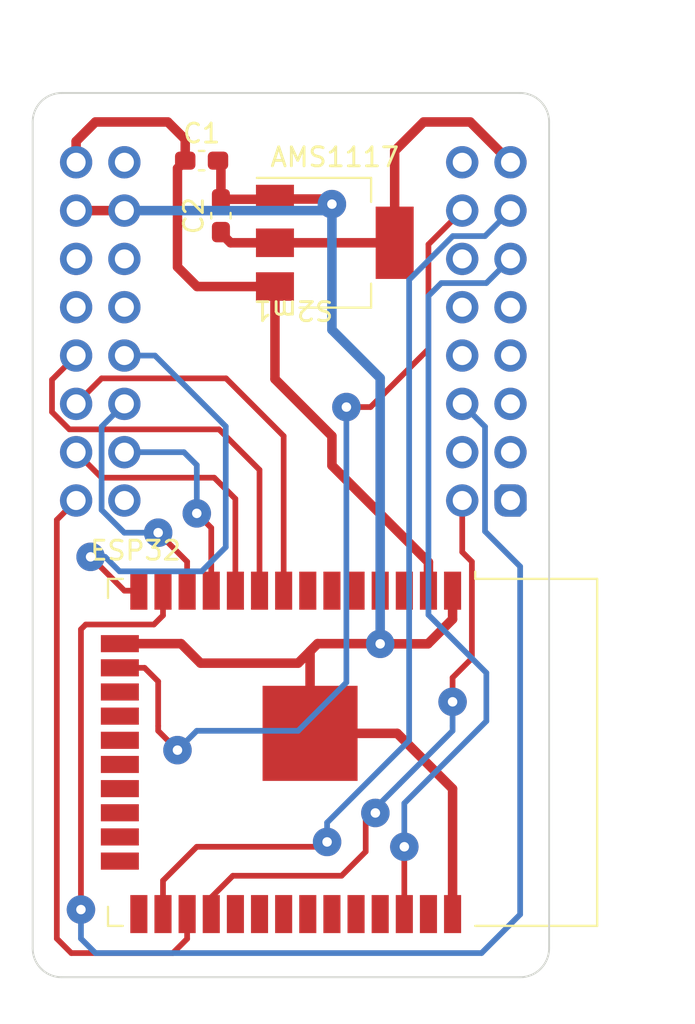
<source format=kicad_pcb>
(kicad_pcb (version 20211014) (generator pcbnew)
  (layers (0 "F.Cu" signal) (31 "B.Cu" signal) (34 "B.Paste" user) (35 "F.Paste" user) (36 "B.SilkS" user "B.Silkscreen") (37 "F.SilkS" user "F.Silkscreen") (38 "B.Mask" user) (39 "F.Mask" user) (44 "Edge.Cuts" user))
  (net 0 "")
  (net 1 "GND")
  (net 2 "+3V3")
  (net 3 "+5V")
  (net 9 "VL")
  (net 10 "WL")
  (net 11 "UL")
  (net 12 "UH")
  (net 13 "VH")
  (net 14 "MT_CSN")
  (net 15 "WH")
  (net 16 "MT_SCL")
  (net 26 "MT_SDA")
  (net 27 "SERIAL_TX")
  (net 28 "SERIAL_RX")
  (net 36 "BTN_NEXT")
  (footprint "Capacitor_SMD:C_0603_1608Metric_Pad1.08x0.95mm_HandSolder" (layer "F.Cu") (at 100.584 75.0305 90)
    (fp_text reference "C2" (at 0 -1.43 90) (layer "F.SilkS"))
    (fp_text value "1UF")
    (fp_line (start -0.146267 0.51) (end 0.146267 0.51) (layer "F.SilkS") (width 0.12))
    (fp_line (start -0.146267 -0.51) (end 0.146267 -0.51) (layer "F.SilkS") (width 0.12))
    (pad "1" smd roundrect (at -0.8625 0 90) (size 1.075 0.95) (layers "F.Cu" "F.Paste" "F.Mask") (net 2 "+3V3"))
    (pad "2" smd roundrect (at 0.8625 0 90) (size 1.075 0.95) (layers "F.Cu" "F.Paste" "F.Mask") (net 1 "GND"))
  )
  (footprint "Package_TO_SOT_SMD:SOT-223-3_TabPin2" (layer "F.Cu") (at 106.578 76.454)
    (fp_text reference "AMS1117" (at 0 -4.5) (layer "F.SilkS"))
    (fp_text value "AMS1117-3.3")
    (fp_line (start 1.91 -3.41) (end 1.91 -2.15) (layer "F.SilkS") (width 0.12))
    (fp_line (start -1.85 3.41) (end 1.91 3.41) (layer "F.SilkS") (width 0.12))
    (fp_line (start 1.91 3.41) (end 1.91 2.15) (layer "F.SilkS") (width 0.12))
    (fp_line (start -4.1 -3.41) (end 1.91 -3.41) (layer "F.SilkS") (width 0.12))
    (pad "1" smd rect (at -3.15 -2.3) (size 2 1.5) (layers "F.Cu" "F.Paste" "F.Mask") (net 1 "GND"))
    (pad "2" smd rect (at -3.15 0) (size 2 1.5) (layers "F.Cu" "F.Paste" "F.Mask") (net 2 "+3V3"))
    (pad "2" smd rect (at 3.15 0) (size 2 3.8) (layers "F.Cu" "F.Paste" "F.Mask") (net 2 "+3V3"))
    (pad "3" smd rect (at -3.15 2.3) (size 2 1.5) (layers "F.Cu" "F.Paste" "F.Mask") (net 3 "+5V"))
  )
  (footprint "RF_Module:ESP32-WROOM-32" (layer "F.Cu") (at 104.521 103.242 -90)
    (fp_text reference "ESP32" (at -10.61 8.43) (layer "F.SilkS"))
    (fp_text value "ESP32-WROOM-32")
    (fp_line (start -9.12 9.1) (end -9.12 9.88) (layer "F.SilkS") (width 0.12))
    (fp_line (start -9.12 -15.865) (end -9.12 -9.445) (layer "F.SilkS") (width 0.12))
    (fp_line (start -9.12 9.88) (end -8.12 9.88) (layer "F.SilkS") (width 0.12))
    (fp_line (start 9.12 9.1) (end 9.12 9.88) (layer "F.SilkS") (width 0.12))
    (fp_line (start -9.12 -15.865) (end 9.12 -15.865) (layer "F.SilkS") (width 0.12))
    (fp_line (start 9.12 -15.865) (end 9.12 -9.445) (layer "F.SilkS") (width 0.12))
    (fp_line (start 9.12 9.88) (end 8.12 9.88) (layer "F.SilkS") (width 0.12))
    (fp_line (start -9.12 -9.445) (end -9.5 -9.445) (layer "F.SilkS") (width 0.12))
    (pad "1" smd rect (at -8.5 -8.255 270) (size 2 0.9) (layers "F.Cu" "F.Paste" "F.Mask") (net 1 "GND"))
    (pad "2" smd rect (at -8.5 -6.985 270) (size 2 0.9) (layers "F.Cu" "F.Paste" "F.Mask") (net 3 "+5V"))
    (pad "3" smd rect (at -8.5 -5.715 270) (size 2 0.9) (layers "F.Cu" "F.Paste" "F.Mask"))
    (pad "4" smd rect (at -8.5 -4.445 270) (size 2 0.9) (layers "F.Cu" "F.Paste" "F.Mask"))
    (pad "5" smd rect (at -8.5 -3.175 270) (size 2 0.9) (layers "F.Cu" "F.Paste" "F.Mask"))
    (pad "6" smd rect (at -8.5 -1.905 270) (size 2 0.9) (layers "F.Cu" "F.Paste" "F.Mask"))
    (pad "7" smd rect (at -8.5 -0.635 270) (size 2 0.9) (layers "F.Cu" "F.Paste" "F.Mask"))
    (pad "8" smd rect (at -8.5 0.635 270) (size 2 0.9) (layers "F.Cu" "F.Paste" "F.Mask") (net 9 "VL"))
    (pad "9" smd rect (at -8.5 1.905 270) (size 2 0.9) (layers "F.Cu" "F.Paste" "F.Mask") (net 10 "WL"))
    (pad "10" smd rect (at -8.5 3.175 270) (size 2 0.9) (layers "F.Cu" "F.Paste" "F.Mask") (net 11 "UL"))
    (pad "11" smd rect (at -8.5 4.445 270) (size 2 0.9) (layers "F.Cu" "F.Paste" "F.Mask") (net 12 "UH"))
    (pad "12" smd rect (at -8.5 5.715 270) (size 2 0.9) (layers "F.Cu" "F.Paste" "F.Mask") (net 13 "VH"))
    (pad "13" smd rect (at -8.5 6.985 270) (size 2 0.9) (layers "F.Cu" "F.Paste" "F.Mask") (net 14 "MT_CSN"))
    (pad "14" smd rect (at -8.5 8.255 270) (size 2 0.9) (layers "F.Cu" "F.Paste" "F.Mask") (net 15 "WH"))
    (pad "15" smd rect (at -5.715 9.255) (size 2 0.9) (layers "F.Cu" "F.Paste" "F.Mask") (net 1 "GND"))
    (pad "16" smd rect (at -4.445 9.255) (size 2 0.9) (layers "F.Cu" "F.Paste" "F.Mask") (net 16 "MT_SCL"))
    (pad "17" smd rect (at -3.175 9.255) (size 2 0.9) (layers "F.Cu" "F.Paste" "F.Mask"))
    (pad "18" smd rect (at -1.905 9.255) (size 2 0.9) (layers "F.Cu" "F.Paste" "F.Mask"))
    (pad "19" smd rect (at -0.635 9.255) (size 2 0.9) (layers "F.Cu" "F.Paste" "F.Mask"))
    (pad "20" smd rect (at 0.635 9.255) (size 2 0.9) (layers "F.Cu" "F.Paste" "F.Mask"))
    (pad "21" smd rect (at 1.905 9.255) (size 2 0.9) (layers "F.Cu" "F.Paste" "F.Mask"))
    (pad "22" smd rect (at 3.175 9.255) (size 2 0.9) (layers "F.Cu" "F.Paste" "F.Mask"))
    (pad "23" smd rect (at 4.445 9.255) (size 2 0.9) (layers "F.Cu" "F.Paste" "F.Mask"))
    (pad "24" smd rect (at 5.715 9.255) (size 2 0.9) (layers "F.Cu" "F.Paste" "F.Mask"))
    (pad "25" smd rect (at 8.5 8.255 270) (size 2 0.9) (layers "F.Cu" "F.Paste" "F.Mask"))
    (pad "26" smd rect (at 8.5 6.985 270) (size 2 0.9) (layers "F.Cu" "F.Paste" "F.Mask") (net 26 "MT_SDA"))
    (pad "27" smd rect (at 8.5 5.715 270) (size 2 0.9) (layers "F.Cu" "F.Paste" "F.Mask") (net 27 "SERIAL_TX"))
    (pad "28" smd rect (at 8.5 4.445 270) (size 2 0.9) (layers "F.Cu" "F.Paste" "F.Mask") (net 28 "SERIAL_RX"))
    (pad "29" smd rect (at 8.5 3.175 270) (size 2 0.9) (layers "F.Cu" "F.Paste" "F.Mask"))
    (pad "30" smd rect (at 8.5 1.905 270) (size 2 0.9) (layers "F.Cu" "F.Paste" "F.Mask"))
    (pad "31" smd rect (at 8.5 0.635 270) (size 2 0.9) (layers "F.Cu" "F.Paste" "F.Mask"))
    (pad "32" smd rect (at 8.5 -0.635 270) (size 2 0.9) (layers "F.Cu" "F.Paste" "F.Mask"))
    (pad "33" smd rect (at 8.5 -1.905 270) (size 2 0.9) (layers "F.Cu" "F.Paste" "F.Mask"))
    (pad "34" smd rect (at 8.5 -3.175 270) (size 2 0.9) (layers "F.Cu" "F.Paste" "F.Mask"))
    (pad "35" smd rect (at 8.5 -4.445 270) (size 2 0.9) (layers "F.Cu" "F.Paste" "F.Mask"))
    (pad "36" smd rect (at 8.5 -5.715 270) (size 2 0.9) (layers "F.Cu" "F.Paste" "F.Mask") (net 36 "BTN_NEXT"))
    (pad "37" smd rect (at 8.5 -6.985 270) (size 2 0.9) (layers "F.Cu" "F.Paste" "F.Mask"))
    (pad "38" smd rect (at 8.5 -8.255 270) (size 2 0.9) (layers "F.Cu" "F.Paste" "F.Mask") (net 1 "GND"))
    (pad "39" smd rect (at -1 -0.755 270) (size 5 5) (layers "F.Cu" "F.Paste" "F.Mask") (net 1 "GND"))
  )
  (footprint "Wemos S2 Mini:S2 Mini Pins Only" (layer "F.Cu") (at 104.394 79.502 180)
    (fp_text reference "S2m1" (at 0 -0.5 180 unlocked) (layer "F.SilkS"))
    (fp_text value "WeMos_S2_mini")
    (pad "1" thru_hole roundrect (at -11.43 -10.5 180) (size 1.7 1.7) (drill 1) (layers *.Cu *.Mask) (roundrect_rratio 0.35) (chamfer_ratio 0.2) (chamfer top_left bottom_right))
    (pad "2" thru_hole circle (at -11.43 -7.96 180) (size 1.7 1.7) (drill 1) (layers *.Cu *.Mask))
    (pad "3" thru_hole circle (at -11.43 -5.42 180) (size 1.7 1.7) (drill 1) (layers *.Cu *.Mask))
    (pad "4" thru_hole circle (at -11.43 -2.88 180) (size 1.7 1.7) (drill 1) (layers *.Cu *.Mask))
    (pad "5" thru_hole circle (at -11.43 -0.34 180) (size 1.7 1.7) (drill 1) (layers *.Cu *.Mask))
    (pad "6" thru_hole circle (at -11.43 2.2 180) (size 1.7 1.7) (drill 1) (layers *.Cu *.Mask) (net 36 "BTN_NEXT"))
    (pad "7" thru_hole circle (at -11.43 4.74 180) (size 1.7 1.7) (drill 1) (layers *.Cu *.Mask) (net 26 "MT_SDA"))
    (pad "8" thru_hole circle (at -11.43 7.28 180) (size 1.7 1.7) (drill 1) (layers *.Cu *.Mask) (net 2 "+3V3"))
    (pad "9" thru_hole circle (at 11.43 7.28 180) (size 1.7 1.7) (drill 1) (layers *.Cu *.Mask) (net 3 "+5V"))
    (pad "10" thru_hole circle (at 11.43 4.74 180) (size 1.7 1.7) (drill 1) (layers *.Cu *.Mask) (net 1 "GND"))
    (pad "11" thru_hole circle (at 11.43 2.2 180) (size 1.7 1.7) (drill 1) (layers *.Cu *.Mask))
    (pad "12" thru_hole circle (at 11.43 -0.34 180) (size 1.7 1.7) (drill 1) (layers *.Cu *.Mask))
    (pad "13" thru_hole circle (at 11.43 -2.88 180) (size 1.7 1.7) (drill 1) (layers *.Cu *.Mask) (net 10 "WL"))
    (pad "14" thru_hole circle (at 11.43 -5.42 180) (size 1.7 1.7) (drill 1) (layers *.Cu *.Mask) (net 9 "VL"))
    (pad "15" thru_hole circle (at 11.43 -7.96 180) (size 1.7 1.7) (drill 1) (layers *.Cu *.Mask) (net 11 "UL"))
    (pad "16" thru_hole circle (at 11.43 -10.5 180) (size 1.7 1.7) (drill 1) (layers *.Cu *.Mask) (net 27 "SERIAL_TX"))
    (pad "17" thru_hole circle (at -8.89 -10.5 180) (size 1.7 1.7) (drill 1) (layers *.Cu *.Mask) (net 28 "SERIAL_RX"))
    (pad "18" thru_hole circle (at -8.89 -7.96 180) (size 1.7 1.7) (drill 1) (layers *.Cu *.Mask))
    (pad "19" thru_hole circle (at -8.89 -5.42 180) (size 1.7 1.7) (drill 1) (layers *.Cu *.Mask) (net 14 "MT_CSN"))
    (pad "20" thru_hole circle (at -8.89 -2.88 180) (size 1.7 1.7) (drill 1) (layers *.Cu *.Mask))
    (pad "21" thru_hole circle (at -8.89 -0.34 180) (size 1.7 1.7) (drill 1) (layers *.Cu *.Mask))
    (pad "22" thru_hole circle (at -8.89 2.2 180) (size 1.7 1.7) (drill 1) (layers *.Cu *.Mask))
    (pad "23" thru_hole circle (at -8.89 4.74 180) (size 1.7 1.7) (drill 1) (layers *.Cu *.Mask) (net 16 "MT_SCL"))
    (pad "24" thru_hole circle (at -8.89 7.28 180) (size 1.7 1.7) (drill 1) (layers *.Cu *.Mask))
    (pad "25" thru_hole circle (at 8.89 7.28 180) (size 1.7 1.7) (drill 1) (layers *.Cu *.Mask))
    (pad "26" thru_hole circle (at 8.89 4.74 180) (size 1.7 1.7) (drill 1) (layers *.Cu *.Mask) (net 1 "GND"))
    (pad "27" thru_hole circle (at 8.89 2.2 180) (size 1.7 1.7) (drill 1) (layers *.Cu *.Mask))
    (pad "28" thru_hole circle (at 8.89 -0.34 180) (size 1.7 1.7) (drill 1) (layers *.Cu *.Mask))
    (pad "29" thru_hole circle (at 8.89 -2.88 180) (size 1.7 1.7) (drill 1) (layers *.Cu *.Mask) (net 15 "WH"))
    (pad "30" thru_hole circle (at 8.89 -5.42 180) (size 1.7 1.7) (drill 1) (layers *.Cu *.Mask) (net 13 "VH"))
    (pad "31" thru_hole circle (at 8.89 -7.96 180) (size 1.7 1.7) (drill 1) (layers *.Cu *.Mask) (net 12 "UH"))
    (pad "32" thru_hole circle (at 8.89 -10.5 180) (size 1.7 1.7) (drill 1) (layers *.Cu *.Mask))
  )
  (footprint "Capacitor_SMD:C_0603_1608Metric_Pad1.08x0.95mm_HandSolder" (layer "F.Cu") (at 99.568 72.136)
    (fp_text reference "C1" (at 0 -1.43) (layer "F.SilkS"))
    (fp_text value "1UF")
    (fp_line (start -0.146267 -0.51) (end 0.146267 -0.51) (layer "F.SilkS") (width 0.12))
    (fp_line (start -0.146267 0.51) (end 0.146267 0.51) (layer "F.SilkS") (width 0.12))
    (pad "1" smd roundrect (at -0.8625 0) (size 1.075 0.95) (layers "F.Cu" "F.Paste" "F.Mask") (net 3 "+5V"))
    (pad "2" smd roundrect (at 0.8625 0) (size 1.075 0.95) (layers "F.Cu" "F.Paste" "F.Mask") (net 1 "GND"))
  )
  (gr_arc (start 117.856 113.538) (mid 117.409631 114.615631) (end 116.332 115.062) (layer "Edge.Cuts") (width 0.1))
  (gr_arc (start 90.678 70.104) (mid 91.124369 69.026369) (end 92.202 68.58) (layer "Edge.Cuts") (width 0.1))
  (gr_line (start 90.678 70.104) (end 90.678 113.538) (layer "Edge.Cuts") (width 0.1))
  (gr_arc (start 116.332 68.58) (mid 117.409631 69.026369) (end 117.856 70.104) (layer "Edge.Cuts") (width 0.1))
  (gr_line (start 92.202 115.062) (end 116.332 115.062) (layer "Edge.Cuts") (width 0.1))
  (gr_line (start 117.856 113.538) (end 117.856 70.104) (layer "Edge.Cuts") (width 0.1))
  (gr_line (start 116.332 68.58) (end 92.202 68.58) (layer "Edge.Cuts") (width 0.1))
  (gr_arc (start 92.202 115.062) (mid 91.124369 114.615631) (end 90.678 113.538) (layer "Edge.Cuts") (width 0.1))
  (segment (start 106.158 74.154) (end 106.426 74.422) (width 0.5) (layer "F.Cu") (net 1))
  (segment (start 99.511425 98.552) (end 104.648 98.552) (width 0.5) (layer "F.Cu") (net 1))
  (segment (start 98.486425 97.527) (end 99.511425 98.552) (width 0.5) (layer "F.Cu") (net 1))
  (segment (start 103.414 74.168) (end 103.428 74.154) (width 0.5) (layer "F.Cu") (net 1))
  (segment (start 112.776 105.156) (end 112.776 111.742) (width 0.5) (layer "F.Cu") (net 1))
  (segment (start 105.276 97.924) (end 105.673 97.527) (width 0.5) (layer "F.Cu") (net 1))
  (segment (start 100.584 74.168) (end 100.584 72.2895) (width 0.5) (layer "F.Cu") (net 1))
  (segment (start 104.648 98.552) (end 105.673 97.527) (width 0.5) (layer "F.Cu") (net 1))
  (segment (start 105.673 97.527) (end 108.957 97.527) (width 0.5) (layer "F.Cu") (net 1))
  (segment (start 100.584 72.2895) (end 100.4305 72.136) (width 0.5) (layer "F.Cu") (net 1))
  (segment (start 103.428 74.154) (end 106.158 74.154) (width 0.5) (layer "F.Cu") (net 1))
  (segment (start 112.776 96.242) (end 111.482 97.536) (width 0.5) (layer "F.Cu") (net 1))
  (segment (start 109.862 102.242) (end 112.776 105.156) (width 0.5) (layer "F.Cu") (net 1))
  (segment (start 111.482 97.536) (end 108.966 97.536) (width 0.5) (layer "F.Cu") (net 1))
  (segment (start 92.964 74.762) (end 95.504 74.762) (width 0.5) (layer "F.Cu") (net 1))
  (segment (start 112.776 94.742) (end 112.776 96.242) (width 0.5) (layer "F.Cu") (net 1))
  (segment (start 108.957 97.527) (end 108.966 97.536) (width 0.5) (layer "F.Cu") (net 1))
  (segment (start 100.584 74.168) (end 103.414 74.168) (width 0.5) (layer "F.Cu") (net 1))
  (segment (start 95.266 97.527) (end 98.486425 97.527) (width 0.5) (layer "F.Cu") (net 1))
  (segment (start 105.276 102.242) (end 105.276 97.924) (width 0.5) (layer "F.Cu") (net 1))
  (segment (start 105.276 102.242) (end 109.862 102.242) (width 0.5) (layer "F.Cu") (net 1))
  (via (at 106.426 74.422) (size 1.5) (drill 0.5) (layers "F.Cu" "B.Cu") (net 1))
  (via (at 108.966 97.536) (size 1.5) (drill 0.5) (layers "F.Cu" "B.Cu") (net 1))
  (segment (start 106.086 74.762) (end 106.426 74.422) (width 0.5) (layer "B.Cu") (net 1))
  (segment (start 108.966 97.536) (end 108.966 83.566) (width 0.5) (layer "B.Cu") (net 1))
  (segment (start 95.504 74.762) (end 106.086 74.762) (width 0.5) (layer "B.Cu") (net 1))
  (segment (start 108.966 83.566) (end 106.426 81.026) (width 0.5) (layer "B.Cu") (net 1))
  (segment (start 106.426 81.026) (end 106.426 74.422) (width 0.5) (layer "B.Cu") (net 1))
  (segment (start 109.728 76.454) (end 109.728 71.628) (width 0.5) (layer "F.Cu") (net 2))
  (segment (start 111.252 70.104) (end 113.706 70.104) (width 0.5) (layer "F.Cu") (net 2))
  (segment (start 109.728 71.628) (end 111.252 70.104) (width 0.5) (layer "F.Cu") (net 2))
  (segment (start 101.092 76.454) (end 103.428 76.454) (width 0.5) (layer "F.Cu") (net 2))
  (segment (start 103.428 76.454) (end 109.728 76.454) (width 0.5) (layer "F.Cu") (net 2))
  (segment (start 100.584 75.893) (end 100.584 75.946) (width 0.5) (layer "F.Cu") (net 2))
  (segment (start 100.584 75.946) (end 101.092 76.454) (width 0.5) (layer "F.Cu") (net 2))
  (segment (start 113.706 70.104) (end 115.824 72.222) (width 0.5) (layer "F.Cu") (net 2))
  (segment (start 98.298 77.724) (end 98.298 72.5435) (width 0.5) (layer "F.Cu") (net 3))
  (segment (start 111.506 93.242) (end 106.426 88.162) (width 0.5) (layer "F.Cu") (net 3))
  (segment (start 93.98 70.104) (end 92.964 71.12) (width 0.5) (layer "F.Cu") (net 3))
  (segment (start 106.426 86.614) (end 103.428 83.616) (width 0.5) (layer "F.Cu") (net 3))
  (segment (start 92.964 71.12) (end 92.964 72.222) (width 0.5) (layer "F.Cu") (net 3))
  (segment (start 111.506 94.742) (end 111.506 93.242) (width 0.5) (layer "F.Cu") (net 3))
  (segment (start 98.298 72.5435) (end 98.7055 72.136) (width 0.5) (layer "F.Cu") (net 3))
  (segment (start 103.428 78.754) (end 99.328 78.754) (width 0.5) (layer "F.Cu") (net 3))
  (segment (start 103.428 83.616) (end 103.428 78.754) (width 0.5) (layer "F.Cu") (net 3))
  (segment (start 106.426 88.162) (end 106.426 86.614) (width 0.5) (layer "F.Cu") (net 3))
  (segment (start 98.7055 71.0195) (end 97.79 70.104) (width 0.5) (layer "F.Cu") (net 3))
  (segment (start 98.7055 72.136) (end 98.7055 71.0195) (width 0.5) (layer "F.Cu") (net 3))
  (segment (start 97.79 70.104) (end 93.98 70.104) (width 0.5) (layer "F.Cu") (net 3))
  (segment (start 99.328 78.754) (end 98.298 77.724) (width 0.5) (layer "F.Cu") (net 3))
  (segment (start 100.853511 83.581511) (end 94.304489 83.581511) (width 0.3) (layer "F.Cu") (net 9))
  (segment (start 94.304489 83.581511) (end 92.964 84.922) (width 0.3) (layer "F.Cu") (net 9))
  (segment (start 103.886 86.614) (end 100.853511 83.581511) (width 0.3) (layer "F.Cu") (net 9))
  (segment (start 103.886 94.742) (end 103.886 86.614) (width 0.3) (layer "F.Cu") (net 9))
  (segment (start 92.608123 86.262489) (end 91.694 85.348366) (width 0.3) (layer "F.Cu") (net 10))
  (segment (start 91.694 85.348366) (end 91.694 83.652) (width 0.3) (layer "F.Cu") (net 10))
  (segment (start 91.694 83.652) (end 92.964 82.382) (width 0.3) (layer "F.Cu") (net 10))
  (segment (start 102.616 94.742) (end 102.616 88.392) (width 0.3) (layer "F.Cu") (net 10))
  (segment (start 100.486489 86.262489) (end 92.608123 86.262489) (width 0.3) (layer "F.Cu") (net 10))
  (segment (start 102.616 88.392) (end 100.486489 86.262489) (width 0.3) (layer "F.Cu") (net 10))
  (segment (start 101.346 94.742) (end 101.346 89.916) (width 0.3) (layer "F.Cu") (net 11))
  (segment (start 100.232489 88.802489) (end 94.304489 88.802489) (width 0.3) (layer "F.Cu") (net 11))
  (segment (start 94.304489 88.802489) (end 92.964 87.462) (width 0.3) (layer "F.Cu") (net 11))
  (segment (start 101.346 89.916) (end 100.232489 88.802489) (width 0.3) (layer "F.Cu") (net 11))
  (segment (start 100.076 91.44) (end 99.314 90.678) (width 0.3) (layer "F.Cu") (net 12))
  (segment (start 100.076 94.742) (end 100.076 91.44) (width 0.3) (layer "F.Cu") (net 12))
  (via (at 99.314 90.678) (size 1.5) (drill 0.5) (layers "F.Cu" "B.Cu") (net 12))
  (segment (start 98.638 87.462) (end 95.504 87.462) (width 0.3) (layer "B.Cu") (net 12))
  (segment (start 99.314 88.138) (end 98.638 87.462) (width 0.3) (layer "B.Cu") (net 12))
  (segment (start 99.314 90.678) (end 99.314 88.138) (width 0.3) (layer "B.Cu") (net 12))
  (segment (start 98.806 94.742) (end 98.806 93.218) (width 0.3) (layer "F.Cu") (net 13))
  (segment (start 98.806 93.218) (end 97.282 91.694) (width 0.3) (layer "F.Cu") (net 13))
  (via (at 97.282 91.694) (size 1.5) (drill 0.5) (layers "F.Cu" "B.Cu") (net 13))
  (segment (start 94.304489 90.498855) (end 94.304489 86.121511) (width 0.3) (layer "B.Cu") (net 13))
  (segment (start 95.499634 91.694) (end 94.304489 90.498855) (width 0.3) (layer "B.Cu") (net 13))
  (segment (start 97.282 91.694) (end 95.499634 91.694) (width 0.3) (layer "B.Cu") (net 13))
  (segment (start 94.304489 86.121511) (end 95.504 84.922) (width 0.3) (layer "B.Cu") (net 13))
  (segment (start 97.058 96.52) (end 93.472 96.52) (width 0.3) (layer "F.Cu") (net 14))
  (segment (start 93.472 96.52) (end 93.218 96.774) (width 0.3) (layer "F.Cu") (net 14))
  (segment (start 97.536 96.042) (end 97.058 96.52) (width 0.3) (layer "F.Cu") (net 14))
  (segment (start 97.536 94.742) (end 97.536 96.042) (width 0.3) (layer "F.Cu") (net 14))
  (segment (start 93.218 96.774) (end 93.218 111.506) (width 0.3) (layer "F.Cu") (net 14))
  (via (at 93.218 111.506) (size 1.5) (drill 0.5) (layers "F.Cu" "B.Cu") (net 14))
  (segment (start 93.218 111.506) (end 93.218 113.03) (width 0.3) (layer "B.Cu") (net 14))
  (segment (start 114.3 113.792) (end 116.332 111.76) (width 0.3) (layer "B.Cu") (net 14))
  (segment (start 116.332 93.472) (end 114.483511 91.623511) (width 0.3) (layer "B.Cu") (net 14))
  (segment (start 93.98 113.792) (end 114.3 113.792) (width 0.3) (layer "B.Cu") (net 14))
  (segment (start 114.483511 86.121511) (end 113.284 84.922) (width 0.3) (layer "B.Cu") (net 14))
  (segment (start 93.218 113.03) (end 93.98 113.792) (width 0.3) (layer "B.Cu") (net 14))
  (segment (start 114.483511 91.623511) (end 114.483511 86.121511) (width 0.3) (layer "B.Cu") (net 14))
  (segment (start 116.332 111.76) (end 116.332 93.472) (width 0.3) (layer "B.Cu") (net 14))
  (segment (start 96.266 94.742) (end 95.504 94.742) (width 0.3) (layer "F.Cu") (net 15))
  (segment (start 95.504 94.742) (end 93.726 92.964) (width 0.3) (layer "F.Cu") (net 15))
  (via (at 93.726 92.964) (size 1.5) (drill 0.5) (layers "F.Cu" "B.Cu") (net 15))
  (segment (start 100.838 86.106) (end 97.114 82.382) (width 0.3) (layer "B.Cu") (net 15))
  (segment (start 94.488 92.964) (end 95.25 93.726) (width 0.3) (layer "B.Cu") (net 15))
  (segment (start 99.568 93.726) (end 100.838 92.456) (width 0.3) (layer "B.Cu") (net 15))
  (segment (start 100.838 92.456) (end 100.838 86.106) (width 0.3) (layer "B.Cu") (net 15))
  (segment (start 93.726 92.964) (end 94.488 92.964) (width 0.3) (layer "B.Cu") (net 15))
  (segment (start 95.25 93.726) (end 99.568 93.726) (width 0.3) (layer "B.Cu") (net 15))
  (segment (start 97.114 82.382) (end 95.504 82.382) (width 0.3) (layer "B.Cu") (net 15))
  (segment (start 97.282 102.108) (end 98.298 103.124) (width 0.3) (layer "F.Cu") (net 16))
  (segment (start 111.506 82.042) (end 111.506 76.54) (width 0.3) (layer "F.Cu") (net 16))
  (segment (start 107.188 85.09) (end 108.458 85.09) (width 0.3) (layer "F.Cu") (net 16))
  (segment (start 97.282 101.854) (end 97.282 102.108) (width 0.3) (layer "F.Cu") (net 16))
  (segment (start 111.506 76.54) (end 113.284 74.762) (width 0.3) (layer "F.Cu") (net 16))
  (segment (start 95.266 98.797) (end 96.566 98.797) (width 0.3) (layer "F.Cu") (net 16))
  (segment (start 97.282 99.513) (end 97.282 101.854) (width 0.3) (layer "F.Cu") (net 16))
  (segment (start 108.458 85.09) (end 111.506 82.042) (width 0.3) (layer "F.Cu") (net 16))
  (segment (start 96.566 98.797) (end 97.282 99.513) (width 0.3) (layer "F.Cu") (net 16))
  (via (at 98.298 103.124) (size 1.5) (drill 0.5) (layers "F.Cu" "B.Cu") (net 16))
  (via (at 107.188 85.09) (size 1.5) (drill 0.5) (layers "F.Cu" "B.Cu") (net 16))
  (segment (start 99.314 102.108) (end 104.648 102.108) (width 0.3) (layer "B.Cu") (net 16))
  (segment (start 107.188 99.568) (end 107.188 85.09) (width 0.3) (layer "B.Cu") (net 16))
  (segment (start 104.648 102.108) (end 107.188 99.568) (width 0.3) (layer "B.Cu") (net 16))
  (segment (start 98.298 103.124) (end 99.314 102.108) (width 0.3) (layer "B.Cu") (net 16))
  (segment (start 105.918 108.204) (end 99.314 108.204) (width 0.3) (layer "F.Cu") (net 26))
  (segment (start 97.536 109.982) (end 97.536 111.742) (width 0.3) (layer "F.Cu") (net 26))
  (segment (start 106.172 107.95) (end 105.918 108.204) (width 0.3) (layer "F.Cu") (net 26))
  (segment (start 99.314 108.204) (end 97.536 109.982) (width 0.3) (layer "F.Cu") (net 26))
  (via (at 106.172 107.95) (size 1.5) (drill 0.5) (layers "F.Cu" "B.Cu") (net 26))
  (segment (start 110.49 102.616) (end 106.172 106.934) (width 0.3) (layer "B.Cu") (net 26))
  (segment (start 115.824 74.762) (end 114.483511 76.102489) (width 0.3) (layer "B.Cu") (net 26))
  (segment (start 112.787145 76.102489) (end 110.49 78.399634) (width 0.3) (layer "B.Cu") (net 26))
  (segment (start 114.483511 76.102489) (end 112.787145 76.102489) (width 0.3) (layer "B.Cu") (net 26))
  (segment (start 110.49 78.399634) (end 110.49 102.616) (width 0.3) (layer "B.Cu") (net 26))
  (segment (start 106.172 106.934) (end 106.172 107.95) (width 0.3) (layer "B.Cu") (net 26))
  (segment (start 98.056 113.792) (end 92.71 113.792) (width 0.3) (layer "F.Cu") (net 27))
  (segment (start 92.71 113.792) (end 91.948 113.03) (width 0.3) (layer "F.Cu") (net 27))
  (segment (start 91.948 91.018) (end 92.964 90.002) (width 0.3) (layer "F.Cu") (net 27))
  (segment (start 98.806 113.042) (end 98.056 113.792) (width 0.3) (layer "F.Cu") (net 27))
  (segment (start 98.806 111.742) (end 98.806 113.042) (width 0.3) (layer "F.Cu") (net 27))
  (segment (start 91.948 113.03) (end 91.948 91.018) (width 0.3) (layer "F.Cu") (net 27))
  (segment (start 108.204 108.458) (end 108.204 106.426) (width 0.3) (layer "F.Cu") (net 28))
  (segment (start 112.776 100.584) (end 112.776 99.314) (width 0.3) (layer "F.Cu") (net 28))
  (segment (start 113.284 92.71) (end 113.284 90.002) (width 0.3) (layer "F.Cu") (net 28))
  (segment (start 113.792 98.298) (end 113.792 93.218) (width 0.3) (layer "F.Cu") (net 28))
  (segment (start 112.776 99.314) (end 113.792 98.298) (width 0.3) (layer "F.Cu") (net 28))
  (segment (start 108.204 106.426) (end 108.712 106.426) (width 0.3) (layer "F.Cu") (net 28))
  (segment (start 100.076 110.862978) (end 101.210978 109.728) (width 0.3) (layer "F.Cu") (net 28))
  (segment (start 100.076 111.742) (end 100.076 110.862978) (width 0.3) (layer "F.Cu") (net 28))
  (segment (start 106.934 109.728) (end 108.204 108.458) (width 0.3) (layer "F.Cu") (net 28))
  (segment (start 101.210978 109.728) (end 106.934 109.728) (width 0.3) (layer "F.Cu") (net 28))
  (segment (start 113.792 93.218) (end 113.284 92.71) (width 0.3) (layer "F.Cu") (net 28))
  (via (at 112.776 100.584) (size 1.5) (drill 0.5) (layers "F.Cu" "B.Cu") (net 28))
  (via (at 108.712 106.426) (size 1.5) (drill 0.5) (layers "F.Cu" "B.Cu") (net 28))
  (segment (start 109.982 104.902) (end 112.776 102.108) (width 0.3) (layer "B.Cu") (net 28))
  (segment (start 112.776 102.108) (end 112.776 101.854) (width 0.3) (layer "B.Cu") (net 28))
  (segment (start 112.776 101.854) (end 112.776 100.584) (width 0.3) (layer "B.Cu") (net 28))
  (segment (start 108.712 106.172) (end 109.982 104.902) (width 0.3) (layer "B.Cu") (net 28))
  (segment (start 108.712 106.426) (end 108.712 106.172) (width 0.3) (layer "B.Cu") (net 28))
  (segment (start 110.236 111.742) (end 110.236 108.204) (width 0.3) (layer "F.Cu") (net 36))
  (via (at 110.236 108.204) (size 1.5) (drill 0.5) (layers "F.Cu" "B.Cu") (net 36))
  (segment (start 111.506 79.248) (end 111.506 96.012) (width 0.3) (layer "B.Cu") (net 36))
  (segment (start 114.554 78.572) (end 112.182 78.572) (width 0.3) (layer "B.Cu") (net 36))
  (segment (start 115.824 77.302) (end 114.554 78.572) (width 0.3) (layer "B.Cu") (net 36))
  (segment (start 111.506 96.012) (end 114.554 99.06) (width 0.3) (layer "B.Cu") (net 36))
  (segment (start 112.182 78.572) (end 111.506 79.248) (width 0.3) (layer "B.Cu") (net 36))
  (segment (start 114.554 99.06) (end 114.554 101.6) (width 0.3) (layer "B.Cu") (net 36))
  (segment (start 110.236 105.918) (end 110.236 108.204) (width 0.3) (layer "B.Cu") (net 36))
  (segment (start 114.554 101.6) (end 110.236 105.918) (width 0.3) (layer "B.Cu") (net 36))
)
</source>
